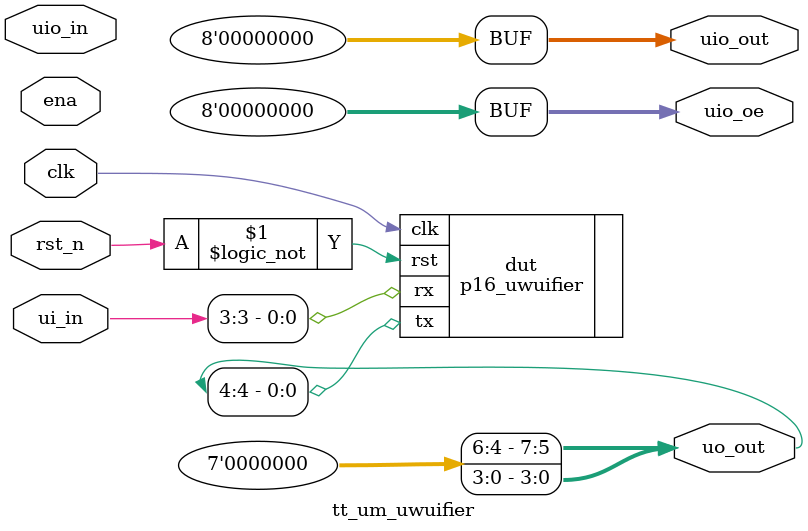
<source format=sv>
`default_nettype none

module tt_um_uwuifier (
    input  wire [7:0] ui_in,    // Dedicated inputs - connected to the input switches
    output wire [7:0] uo_out,   // Dedicated outputs - connected to the 7 segment display
    input  wire [7:0] uio_in,   // IOs: Bidirectional Input path
    output wire [7:0] uio_out,  // IOs: Bidirectional Output path
    output wire [7:0] uio_oe,   // IOs: Bidirectional Enable path (active high: 0=input, 1=output)
    input  wire       ena,      // will go high when the design is enabled
    input  wire       clk,      // clock
    input  wire       rst_n     // reset_n - low to reset
);

    p16_uwuifier #(
        .CLK_FREQ(6000000),
        .BAUD(115200)
    ) dut (
        .clk(clk),
        .rst(!rst_n),
        .rx(ui_in[3]),
        .tx(uo_out[4])
    );

    assign uo_out[7:5] = '0;
    assign uo_out[3:0] = '0;
    assign uio_oe[7:0] = '0;
    assign uio_out[7:0] = '0;

endmodule

</source>
